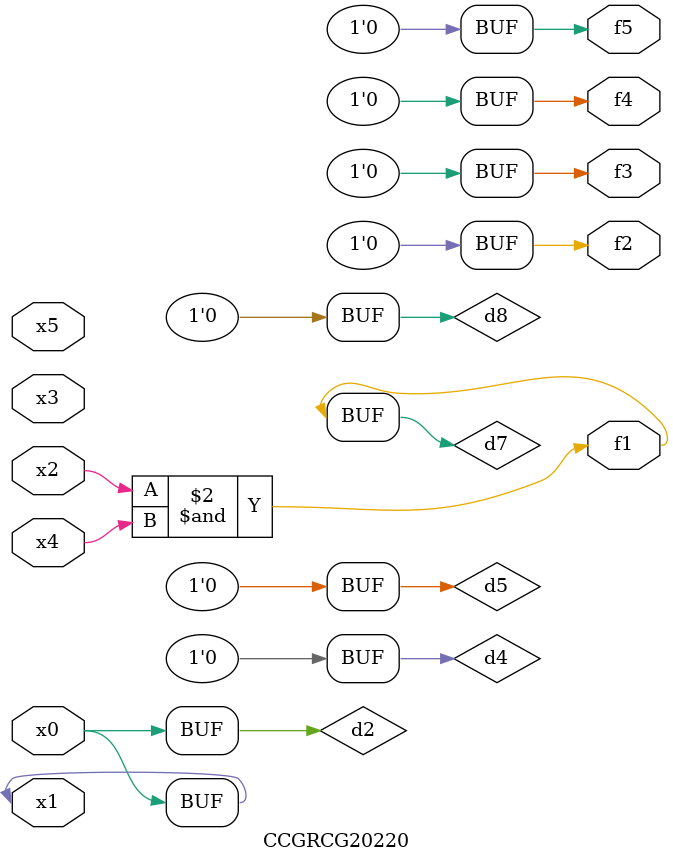
<source format=v>
module CCGRCG20220(
	input x0, x1, x2, x3, x4, x5,
	output f1, f2, f3, f4, f5
);

	wire d1, d2, d3, d4, d5, d6, d7, d8, d9;

	nand (d1, x1);
	buf (d2, x0, x1);
	nand (d3, x2, x4);
	and (d4, d1, d2);
	and (d5, d1, d2);
	nand (d6, d1, d3);
	not (d7, d3);
	xor (d8, d5);
	nor (d9, d5, d6);
	assign f1 = d7;
	assign f2 = d8;
	assign f3 = d8;
	assign f4 = d8;
	assign f5 = d8;
endmodule

</source>
